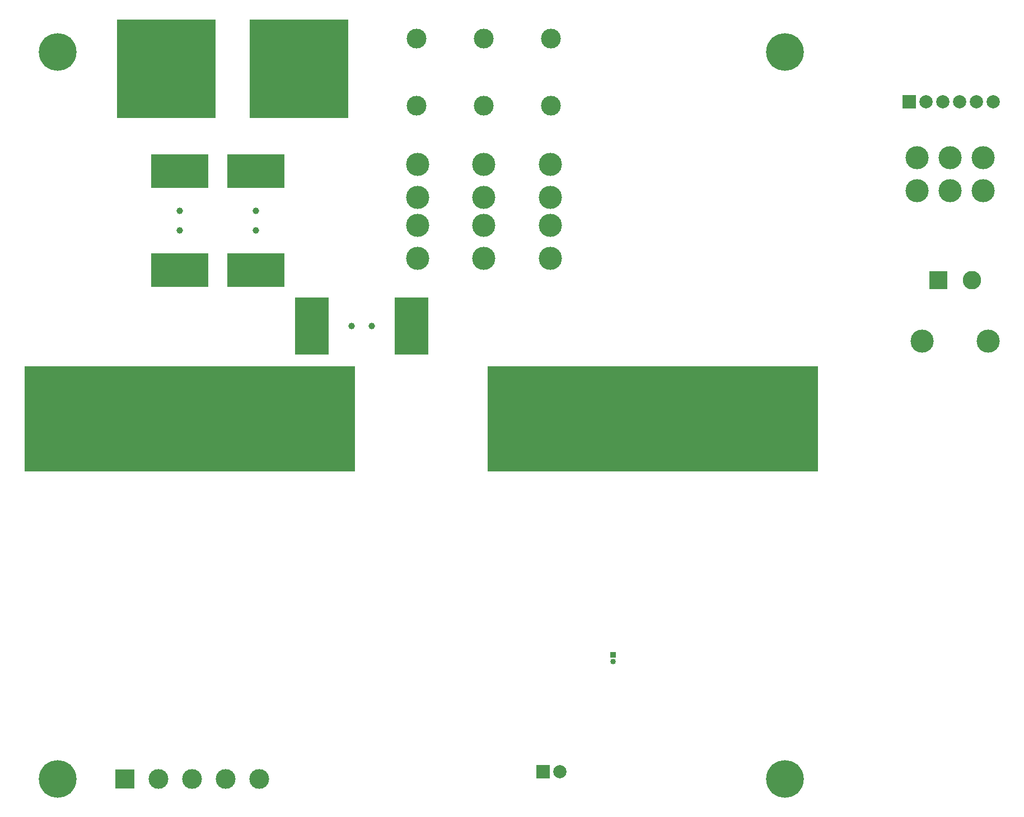
<source format=gbr>
%TF.GenerationSoftware,KiCad,Pcbnew,8.0.7-8.0.7-0~ubuntu22.04.1*%
%TF.CreationDate,2024-12-30T17:04:23+01:00*%
%TF.ProjectId,electronics,656c6563-7472-46f6-9e69-63732e6b6963,rev?*%
%TF.SameCoordinates,Original*%
%TF.FileFunction,Soldermask,Top*%
%TF.FilePolarity,Negative*%
%FSLAX46Y46*%
G04 Gerber Fmt 4.6, Leading zero omitted, Abs format (unit mm)*
G04 Created by KiCad (PCBNEW 8.0.7-8.0.7-0~ubuntu22.04.1) date 2024-12-30 17:04:23*
%MOMM*%
%LPD*%
G01*
G04 APERTURE LIST*
%ADD10C,3.600000*%
%ADD11C,5.700000*%
%ADD12R,2.000000X2.000000*%
%ADD13C,2.000000*%
%ADD14C,3.500000*%
%ADD15R,2.800000X2.800000*%
%ADD16C,2.800000*%
%ADD17R,5.200000X8.750000*%
%ADD18C,1.000000*%
%ADD19C,7.000000*%
%ADD20R,50.000000X16.000000*%
%ADD21R,8.750000X5.200000*%
%ADD22C,3.000000*%
%ADD23R,3.000000X3.000000*%
%ADD24R,15.000000X15.000000*%
%ADD25R,0.850000X0.850000*%
%ADD26O,0.850000X0.850000*%
G04 APERTURE END LIST*
D10*
%TO.C,MH1*%
X25000000Y-25000000D03*
D11*
X25000000Y-25000000D03*
%TD*%
D10*
%TO.C,MH4*%
X25000000Y-135000000D03*
D11*
X25000000Y-135000000D03*
%TD*%
D12*
%TO.C,J9*%
X153800000Y-32500000D03*
D13*
X156340000Y-32500000D03*
X158880000Y-32500000D03*
X161420000Y-32500000D03*
X163960000Y-32500000D03*
X166500000Y-32500000D03*
%TD*%
D10*
%TO.C,MH3*%
X135000000Y-135000000D03*
D11*
X135000000Y-135000000D03*
%TD*%
D14*
%TO.C,U12*%
X155750000Y-68750000D03*
X165750000Y-68750000D03*
%TD*%
D15*
%TO.C,J7*%
X158205000Y-59500000D03*
D16*
X163285000Y-59500000D03*
%TD*%
D17*
%TO.C,R6*%
X78500000Y-66500000D03*
D18*
X72500000Y-66500000D03*
X69500000Y-66500000D03*
D17*
X63500000Y-66500000D03*
%TD*%
D19*
%TO.C,J5*%
X30000000Y-80500000D03*
X45000000Y-80500000D03*
X60000000Y-80500000D03*
D20*
X45000000Y-80500000D03*
%TD*%
D14*
%TO.C,F4*%
X99500000Y-56200000D03*
X99500000Y-51200000D03*
X99500000Y-47000000D03*
X99500000Y-42000000D03*
%TD*%
D21*
%TO.C,R5*%
X43500000Y-43000000D03*
D18*
X43500000Y-49000000D03*
X43500000Y-52000000D03*
D21*
X43500000Y-58000000D03*
%TD*%
D14*
%TO.C,J11*%
X155000000Y-41000000D03*
X160000000Y-41000000D03*
X165000000Y-41000000D03*
X155000000Y-46000000D03*
X160000000Y-46000000D03*
X165000000Y-46000000D03*
%TD*%
D22*
%TO.C,J4*%
X99660000Y-33080000D03*
X99660000Y-22920000D03*
X89500000Y-33080000D03*
X89500000Y-22920000D03*
X79340000Y-33080000D03*
X79340000Y-22920000D03*
%TD*%
D23*
%TO.C,J3*%
X35185000Y-135000000D03*
D22*
X40265000Y-135000000D03*
X45345000Y-135000000D03*
X50425000Y-135000000D03*
X55505000Y-135000000D03*
%TD*%
D21*
%TO.C,R8*%
X55000000Y-43000000D03*
D18*
X55000000Y-49000000D03*
X55000000Y-52000000D03*
D21*
X55000000Y-58000000D03*
%TD*%
D12*
%TO.C,J2*%
X98405000Y-133975000D03*
D13*
X100945000Y-133975000D03*
%TD*%
D19*
%TO.C,J6*%
X100000000Y-80500000D03*
X115000000Y-80500000D03*
X130000000Y-80500000D03*
D20*
X115000000Y-80500000D03*
%TD*%
D14*
%TO.C,F1*%
X89500000Y-56200000D03*
X89500000Y-51200000D03*
X89500000Y-47000000D03*
X89500000Y-42000000D03*
%TD*%
D19*
%TO.C,Battery1*%
X41500000Y-27500000D03*
D24*
X41500000Y-27500000D03*
%TD*%
D19*
%TO.C,Inverter1*%
X61500000Y-27500000D03*
D24*
X61500000Y-27500000D03*
%TD*%
D14*
%TO.C,F2*%
X79500000Y-56200000D03*
X79500000Y-51200000D03*
X79500000Y-47000000D03*
X79500000Y-42000000D03*
%TD*%
D10*
%TO.C,MH2*%
X135000000Y-25000000D03*
D11*
X135000000Y-25000000D03*
%TD*%
D25*
%TO.C,J1*%
X109004000Y-116265000D03*
D26*
X109004000Y-117265000D03*
%TD*%
M02*

</source>
